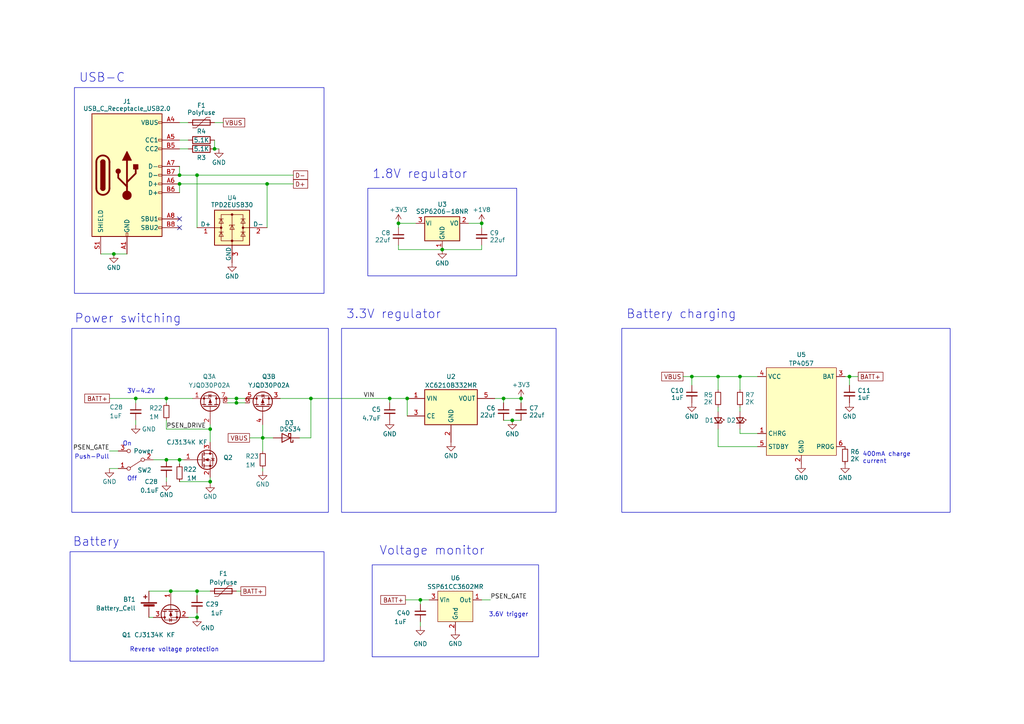
<source format=kicad_sch>
(kicad_sch (version 20230121) (generator eeschema)
  (paper "A4")
  (lib_symbols
    (symbol "Connector:USB_C_Receptacle_USB2.0" (pin_names (offset 1.016))
      (property "Reference" "J" (at -10.16 19.05 0))
      (property "Value" "USB_C_Receptacle_USB2.0" (at 19.05 19.05 0))
      (symbol "USB_C_Receptacle_USB2.0_0_0"
        (rectangle (start -0.254 -17.78) (end 0.254 -16.764))
        (rectangle (start 10.16 -14.986) (end 9.144 -15.494))
        (rectangle (start 10.16 -12.446) (end 9.144 -12.954))
        (rectangle (start 10.16 -4.826) (end 9.144 -5.334))
        (rectangle (start 10.16 -2.286) (end 9.144 -2.794))
        (rectangle (start 10.16 0.254) (end 9.144 -0.254))
        (rectangle (start 10.16 2.794) (end 9.144 2.286))
        (rectangle (start 10.16 7.874) (end 9.144 7.366))
        (rectangle (start 10.16 10.414) (end 9.144 9.906))
        (rectangle (start 10.16 15.494) (end 9.144 14.986))
      )
      (symbol "USB_C_Receptacle_USB2.0_0_1"
        (rectangle (start -10.16 17.78) (end 10.16 -17.78) (stroke (width 0.254)) (fill (type background)))
        (arc (start -8.89 -3.81) (mid -6.985 -5.7067) (end -5.08 -3.81) (stroke (width 0.508)))
        (arc (start -7.62 -3.81) (mid -6.985 -4.4423) (end -6.35 -3.81) (stroke (width 0.254)))
        (arc (start -7.62 -3.81) (mid -6.985 -4.4423) (end -6.35 -3.81) (stroke (width 0.254)) (fill (type outline)))
        (rectangle (start -7.62 -3.81) (end -6.35 3.81) (stroke (width 0.254)) (fill (type outline)))
        (arc (start -6.35 3.81) (mid -6.985 4.4423) (end -7.62 3.81) (stroke (width 0.254)))
        (arc (start -6.35 3.81) (mid -6.985 4.4423) (end -7.62 3.81) (stroke (width 0.254)) (fill (type outline)))
        (arc (start -5.08 3.81) (mid -6.985 5.7067) (end -8.89 3.81) (stroke (width 0.508)))
        (circle (center -2.54 1.143) (radius 0.635) (stroke (width 0.254)) (fill (type outline)))
        (circle (center 0 -5.842) (radius 1.27) (fill (type outline)))
        (polyline (pts (xy -8.89 -3.81) (xy -8.89 3.81)) (stroke (width 0.508)))
        (polyline (pts (xy -5.08 3.81) (xy -5.08 -3.81)) (stroke (width 0.508)))
        (polyline (pts (xy 0 -5.842) (xy 0 4.318)) (stroke (width 0.508)))
        (polyline (pts (xy 0 -3.302) (xy -2.54 -0.762) (xy -2.54 0.508)) (stroke (width 0.508)))
        (polyline (pts (xy 0 -2.032) (xy 2.54 0.508) (xy 2.54 1.778)) (stroke (width 0.508)))
        (polyline (pts (xy -1.27 4.318) (xy 0 6.858) (xy 1.27 4.318) (xy -1.27 4.318)) (stroke (width 0.254)) (fill (type outline)))
        (rectangle (start 1.905 1.778) (end 3.175 3.048) (stroke (width 0.254)) (fill (type outline)))
      )
      (symbol "USB_C_Receptacle_USB2.0_1_1"
        (pin passive line (at 0 -22.86 90) (length 5.08) (name "GND") (number "A1"))
        (pin passive line (at 0 -22.86 90) (length 5.08) hide (name "GND") (number "A12"))
        (pin passive line (at 15.24 15.24 180) (length 5.08) (name "VBUS") (number "A4"))
        (pin bidirectional line (at 15.24 10.16 180) (length 5.08) (name "CC1") (number "A5"))
        (pin bidirectional line (at 15.24 -2.54 180) (length 5.08) (name "D+") (number "A6"))
        (pin bidirectional line (at 15.24 2.54 180) (length 5.08) (name "D-") (number "A7"))
        (pin bidirectional line (at 15.24 -12.7 180) (length 5.08) (name "SBU1") (number "A8"))
        (pin passive line (at 15.24 15.24 180) (length 5.08) hide (name "VBUS") (number "A9"))
        (pin passive line (at 0 -22.86 90) (length 5.08) hide (name "GND") (number "B1"))
        (pin passive line (at 0 -22.86 90) (length 5.08) hide (name "GND") (number "B12"))
        (pin passive line (at 15.24 15.24 180) (length 5.08) hide (name "VBUS") (number "B4"))
        (pin bidirectional line (at 15.24 7.62 180) (length 5.08) (name "CC2") (number "B5"))
        (pin bidirectional line (at 15.24 -5.08 180) (length 5.08) (name "D+") (number "B6"))
        (pin bidirectional line (at 15.24 0 180) (length 5.08) (name "D-") (number "B7"))
        (pin bidirectional line (at 15.24 -15.24 180) (length 5.08) (name "SBU2") (number "B8"))
        (pin passive line (at 15.24 15.24 180) (length 5.08) hide (name "VBUS") (number "B9"))
        (pin passive line (at -7.62 -22.86 90) (length 5.08) (name "SHIELD") (number "S1"))
      )
    )
    (symbol "Device:Battery_Cell" (pin_numbers hide) (pin_names (offset 0) hide)
      (property "Reference" "BT1" (at 3.81 2.667 0))
      (property "Value" "Battery_Cell" (at 3.81 0.127 0))
      (symbol "Battery_Cell_0_1"
        (rectangle (start -2.286 1.778) (end 2.286 1.524) (fill (type outline)))
        (rectangle (start -1.5748 1.1938) (end 1.4732 0.6858) (fill (type outline)))
        (polyline (pts (xy 0 0.762) (xy 0 0)))
        (polyline (pts (xy 0 1.778) (xy 0 2.54)))
        (polyline (pts (xy 0.508 3.429) (xy 1.524 3.429)) (stroke (width 0.254)))
        (polyline (pts (xy 1.016 3.937) (xy 1.016 2.921)) (stroke (width 0.254)))
      )
      (symbol "Battery_Cell_1_1"
        (pin passive line (at 0 -2.54 90) (length 2.54) (name "") (number "1"))
        (pin passive line (at 0 5.08 270) (length 2.54) (name "+") (number "2"))
      )
    )
    (symbol "Device:C_Small" (pin_numbers hide) (pin_names (offset 0.254) hide)
      (property "Reference" "C" (at 0.254 1.778 0))
      (property "Value" "C_Small" (at 0.254 -2.032 0))
      (symbol "C_Small_0_1"
        (polyline (pts (xy -1.524 -0.508) (xy 1.524 -0.508)) (stroke (width 0.3302)))
        (polyline (pts (xy -1.524 0.508) (xy 1.524 0.508)) (stroke (width 0.3048)))
      )
      (symbol "C_Small_1_1"
        (pin passive line (at 0 2.54 270) (length 2.032) (name "~") (number "1"))
        (pin passive line (at 0 -2.54 90) (length 2.032) (name "~") (number "2"))
      )
    )
    (symbol "Device:D_Schottky" (pin_numbers hide) (pin_names (offset 1.016) hide)
      (property "Reference" "D" (at 0 2.54 0))
      (property "Value" "D_Schottky" (at 0 -2.54 0))
      (symbol "D_Schottky_0_1"
        (polyline (pts (xy 1.27 0) (xy -1.27 0)))
        (polyline (pts (xy 1.27 1.27) (xy 1.27 -1.27) (xy -1.27 0) (xy 1.27 1.27)) (stroke (width 0.254)))
        (polyline (pts (xy -1.905 0.635) (xy -1.905 1.27) (xy -1.27 1.27) (xy -1.27 -1.27) (xy -0.635 -1.27) (xy -0.635 -0.635)) (stroke (width 0.254)))
      )
      (symbol "D_Schottky_1_1"
        (pin passive line (at -3.81 0 0) (length 2.54) (name "K") (number "1"))
        (pin passive line (at 3.81 0 180) (length 2.54) (name "A") (number "2"))
      )
    )
    (symbol "Device:LED_Small" (pin_numbers hide) (pin_names (offset 0.254) hide)
      (property "Reference" "D" (at -1.27 3.175 0))
      (property "Value" "LED_Small" (at -4.445 -2.54 0))
      (symbol "LED_Small_0_1"
        (polyline (pts (xy -0.762 -1.016) (xy -0.762 1.016)) (stroke (width 0.254)))
        (polyline (pts (xy 1.016 0) (xy -0.762 0)))
        (polyline (pts (xy 0.762 -1.016) (xy -0.762 0) (xy 0.762 1.016) (xy 0.762 -1.016)) (stroke (width 0.254)))
        (polyline (pts (xy 0 0.762) (xy -0.508 1.27) (xy -0.254 1.27) (xy -0.508 1.27) (xy -0.508 1.016)))
        (polyline (pts (xy 0.508 1.27) (xy 0 1.778) (xy 0.254 1.778) (xy 0 1.778) (xy 0 1.524)))
      )
      (symbol "LED_Small_1_1"
        (pin passive line (at -2.54 0 0) (length 1.778) (name "K") (number "1"))
        (pin passive line (at 2.54 0 180) (length 1.778) (name "A") (number "2"))
      )
    )
    (symbol "Device:Polyfuse" (pin_numbers hide) (pin_names (offset 0))
      (property "Reference" "F" (at -2.54 0 90))
      (property "Value" "Polyfuse" (at 2.54 0 90))
      (symbol "Polyfuse_0_1"
        (rectangle (start -0.762 2.54) (end 0.762 -2.54) (stroke (width 0.254)))
        (polyline (pts (xy 0 2.54) (xy 0 -2.54)))
        (polyline (pts (xy -1.524 2.54) (xy -1.524 1.524) (xy 1.524 -1.524) (xy 1.524 -2.54)))
      )
      (symbol "Polyfuse_1_1"
        (pin passive line (at 0 3.81 270) (length 1.27) (name "~") (number "1"))
        (pin passive line (at 0 -3.81 90) (length 1.27) (name "~") (number "2"))
      )
    )
    (symbol "Device:Q_NMOS_GSD" (pin_names (offset 0) hide)
      (property "Reference" "Q" (at 5.08 1.27 0))
      (property "Value" "Q_NMOS_GSD" (at 5.08 -1.27 0))
      (symbol "Q_NMOS_GSD_0_1"
        (polyline (pts (xy 0.254 0) (xy -2.54 0)))
        (polyline (pts (xy 0.254 1.905) (xy 0.254 -1.905)) (stroke (width 0.254)))
        (polyline (pts (xy 0.762 -1.27) (xy 0.762 -2.286)) (stroke (width 0.254)))
        (polyline (pts (xy 0.762 0.508) (xy 0.762 -0.508)) (stroke (width 0.254)))
        (polyline (pts (xy 0.762 2.286) (xy 0.762 1.27)) (stroke (width 0.254)))
        (polyline (pts (xy 2.54 2.54) (xy 2.54 1.778)))
        (polyline (pts (xy 2.54 -2.54) (xy 2.54 0) (xy 0.762 0)))
        (polyline (pts (xy 0.762 -1.778) (xy 3.302 -1.778) (xy 3.302 1.778) (xy 0.762 1.778)))
        (polyline (pts (xy 1.016 0) (xy 2.032 0.381) (xy 2.032 -0.381) (xy 1.016 0)) (fill (type outline)))
        (polyline (pts (xy 2.794 0.508) (xy 2.921 0.381) (xy 3.683 0.381) (xy 3.81 0.254)))
        (polyline (pts (xy 3.302 0.381) (xy 2.921 -0.254) (xy 3.683 -0.254) (xy 3.302 0.381)))
        (circle (center 1.651 0) (radius 2.794) (stroke (width 0.254)))
        (circle (center 2.54 -1.778) (radius 0.254) (fill (type outline)))
        (circle (center 2.54 1.778) (radius 0.254) (fill (type outline)))
      )
      (symbol "Q_NMOS_GSD_1_1"
        (pin input line (at -5.08 0 0) (length 2.54) (name "G") (number "1"))
        (pin passive line (at 2.54 -5.08 90) (length 2.54) (name "S") (number "2"))
        (pin passive line (at 2.54 5.08 270) (length 2.54) (name "D") (number "3"))
      )
    )
    (symbol "Device:R" (pin_numbers hide) (pin_names (offset 0))
      (property "Reference" "R" (at 2.032 0 90))
      (property "Value" "R" (at 0 0 90))
      (symbol "R_0_1"
        (rectangle (start -1.016 -2.54) (end 1.016 2.54) (stroke (width 0.254)))
      )
      (symbol "R_1_1"
        (pin passive line (at 0 3.81 270) (length 1.27) (name "~") (number "1"))
        (pin passive line (at 0 -3.81 90) (length 1.27) (name "~") (number "2"))
      )
    )
    (symbol "Device:R_Small" (pin_numbers hide) (pin_names (offset 0.254) hide)
      (property "Reference" "R" (at 0.762 0.508 0))
      (property "Value" "R_Small" (at 0.762 -1.016 0))
      (symbol "R_Small_0_1"
        (rectangle (start -0.762 1.778) (end 0.762 -1.778) (stroke (width 0.2032)))
      )
      (symbol "R_Small_1_1"
        (pin passive line (at 0 2.54 270) (length 0.762) (name "~") (number "1"))
        (pin passive line (at 0 -2.54 90) (length 0.762) (name "~") (number "2"))
      )
    )
    (symbol "OSSG_components_lib:YJQD30P02A" (pin_names (offset 0) hide)
      (property "Reference" "Q" (at 6.35 1.27 0))
      (property "Value" "YJQD30P02A" (at 19.05 -1.27 0))
      (symbol "YJQD30P02A_0_1"
        (polyline (pts (xy 0.254 0) (xy -2.54 0)))
        (polyline (pts (xy 0.254 1.905) (xy 0.254 -1.905)) (stroke (width 0.254)))
        (polyline (pts (xy 0.762 -1.27) (xy 0.762 -2.286)) (stroke (width 0.254)))
        (polyline (pts (xy 0.762 0.508) (xy 0.762 -0.508)) (stroke (width 0.254)))
        (polyline (pts (xy 0.762 2.286) (xy 0.762 1.27)) (stroke (width 0.254)))
        (polyline (pts (xy 1.27 3.81) (xy 2.54 3.81)))
        (polyline (pts (xy 2.54 2.54) (xy 2.54 1.778)))
        (polyline (pts (xy 2.54 -2.54) (xy 2.54 0) (xy 0.762 0)))
        (polyline (pts (xy 0.762 1.778) (xy 3.302 1.778) (xy 3.302 -1.778) (xy 0.762 -1.778)))
        (polyline (pts (xy 2.286 0) (xy 1.27 0.381) (xy 1.27 -0.381) (xy 2.286 0)) (fill (type outline)))
        (polyline (pts (xy 2.794 -0.508) (xy 2.921 -0.381) (xy 3.683 -0.381) (xy 3.81 -0.254)))
        (polyline (pts (xy 3.302 -0.381) (xy 2.921 0.254) (xy 3.683 0.254) (xy 3.302 -0.381)))
        (circle (center 1.651 0) (radius 2.794) (stroke (width 0.254)))
        (circle (center 2.54 -1.778) (radius 0.254) (fill (type outline)))
        (circle (center 2.54 1.778) (radius 0.254) (fill (type outline)))
      )
      (symbol "YJQD30P02A_1_1"
        (pin passive line (at 2.54 -5.08 90) (length 2.54) (name "S2") (number "1"))
        (pin input line (at -5.08 0 0) (length 2.54) (name "G2") (number "2"))
        (pin passive line (at 2.54 5.08 270) (length 2.54) (name "D2") (number "7"))
        (pin passive line (at 1.27 5.08 270) (length 1.1938) (name "D2") (number "8"))
      )
      (symbol "YJQD30P02A_2_1"
        (pin passive line (at 2.54 -5.08 90) (length 2.54) (name "S2") (number "3"))
        (pin input line (at -5.08 0 0) (length 2.54) (name "G2") (number "4"))
        (pin passive line (at 2.54 5.08 270) (length 2.54) (name "D2") (number "5"))
        (pin passive line (at 1.27 5.08 270) (length 1.1938) (name "D2") (number "6"))
      )
    )
    (symbol "Power_Protection:TPD2EUSB30" (pin_names (offset 0))
      (property "Reference" "U" (at 0 6.35 0))
      (property "Value" "TPD2EUSB30" (at 7.62 -7.62 0))
      (symbol "TPD2EUSB30_0_1"
        (rectangle (start -5.08 5.08) (end 5.08 -5.08) (stroke (width 0.254)) (fill (type background)))
        (circle (center -3.175 0) (radius 0.2794) (fill (type outline)))
        (rectangle (start -3.175 3.81) (end 3.175 -3.81))
        (circle (center 0 -3.81) (radius 0.2794) (fill (type outline)))
        (polyline (pts (xy -5.08 0) (xy -3.175 0)))
        (polyline (pts (xy -3.81 -1.27) (xy -2.54 -1.27)))
        (polyline (pts (xy -3.81 2.54) (xy -2.54 2.54)))
        (polyline (pts (xy 0 3.81) (xy 0 -5.08)))
        (polyline (pts (xy 2.54 -1.27) (xy 3.81 -1.27)))
        (polyline (pts (xy 2.54 2.54) (xy 3.81 2.54)))
        (polyline (pts (xy 5.08 0) (xy 3.175 0)))
        (polyline (pts (xy 0.762 0.762) (xy -0.762 0.762) (xy -0.762 0.508)))
        (polyline (pts (xy -2.54 -2.54) (xy -3.81 -2.54) (xy -3.175 -1.27) (xy -2.54 -2.54)))
        (polyline (pts (xy -2.54 1.27) (xy -3.81 1.27) (xy -3.175 2.54) (xy -2.54 1.27)))
        (polyline (pts (xy 0.635 -0.508) (xy -0.635 -0.508) (xy 0 0.762) (xy 0.635 -0.508)))
        (polyline (pts (xy 3.81 -2.54) (xy 2.54 -2.54) (xy 3.175 -1.27) (xy 3.81 -2.54)))
        (polyline (pts (xy 3.81 1.27) (xy 2.54 1.27) (xy 3.175 2.54) (xy 3.81 1.27)))
        (circle (center 0 3.81) (radius 0.2794) (fill (type outline)))
        (circle (center 3.175 0) (radius 0.2794) (fill (type outline)))
      )
      (symbol "TPD2EUSB30_1_1"
        (pin passive line (at -10.16 0 0) (length 5.08) (name "D+") (number "1"))
        (pin passive line (at 10.16 0 180) (length 5.08) (name "D-") (number "2"))
        (pin passive line (at 0 -10.16 90) (length 5.08) (name "GND") (number "3"))
      )
    )
    (symbol "Regulator_Linear:SSP61C"
      (property "Reference" "U" (at 0 6.35 0))
      (symbol "SSP61C_1_1"
        (rectangle (start -5.08 2.54) (end 5.08 -6.35) (fill (type background)))
        (pin input line (at 7.62 0 180) (length 2.54) (name "Out") (number "1"))
        (pin input line (at 0 -8.89 90) (length 2.54) (name "Gnd") (number "2"))
        (pin input line (at -7.62 0 0) (length 2.54) (name "Vin") (number "3"))
      )
    )
    (symbol "Regulator_Linear:XC6206PxxxMR" (pin_names (offset 0.254))
      (property "Reference" "U" (at -3.81 3.175 0))
      (property "Value" "XC6206PxxxMR" (at 0 3.175 0))
      (symbol "XC6206PxxxMR_0_1"
        (rectangle (start -5.08 1.905) (end 5.08 -5.08) (stroke (width 0.254)) (fill (type background)))
      )
      (symbol "XC6206PxxxMR_1_1"
        (pin power_in line (at 0 -7.62 90) (length 2.54) (name "GND") (number "1"))
        (pin power_out line (at 7.62 0 180) (length 2.54) (name "VO") (number "2"))
        (pin power_in line (at -7.62 0 0) (length 2.54) (name "VI") (number "3"))
      )
    )
    (symbol "Regulator_Linear:XC6210B332MR"
      (property "Reference" "U" (at 0 8.89 0))
      (property "Value" "XC6210B332MR" (at 0 6.35 0))
      (symbol "XC6210B332MR_0_1"
        (rectangle (start -7.62 5.08) (end 7.62 -5.08) (stroke (width 0.254)) (fill (type background)))
      )
      (symbol "XC6210B332MR_1_1"
        (pin power_in line (at -12.7 2.54 0) (length 5.08) (name "VIN") (number "1"))
        (pin power_in line (at 0 -10.16 90) (length 5.08) (name "GND") (number "2"))
        (pin input line (at -12.7 -2.54 0) (length 5.08) (name "CE") (number "3"))
        (pin no_connect line (at 7.62 -2.54 180) (length 5.08) hide (name "NC") (number "4"))
        (pin power_out line (at 12.7 2.54 180) (length 5.08) (name "VOUT") (number "5"))
      )
    )
    (symbol "Switch:SW_SPDT" (pin_names (offset 0) hide)
      (property "Reference" "SW" (at 0 4.318 0))
      (property "Value" "SW_SPDT" (at 0 -5.08 0))
      (symbol "SW_SPDT_0_0"
        (circle (center -2.032 0) (radius 0.508))
        (circle (center 2.032 -2.54) (radius 0.508))
      )
      (symbol "SW_SPDT_0_1"
        (polyline (pts (xy -1.524 0.254) (xy 1.651 2.286)))
        (circle (center 2.032 2.54) (radius 0.508))
      )
      (symbol "SW_SPDT_1_1"
        (pin passive line (at 5.08 2.54 180) (length 2.54) (name "A") (number "1"))
        (pin passive line (at -5.08 0 0) (length 2.54) (name "B") (number "2"))
        (pin passive line (at 5.08 -2.54 180) (length 2.54) (name "C") (number "3"))
      )
    )
    (symbol "TP4057:TP4057"
      (property "Reference" "U" (at 0 2.54 0))
      (property "Value" "TP4057" (at 0 0 0))
      (symbol "TP4057_1_1"
        (rectangle (start -10.16 -1.27) (end 10.16 -26.67) (fill (type background)))
        (pin input line (at -12.7 -20.32 0) (length 2.54) (name "CHRG") (number "1"))
        (pin input line (at 0 -29.21 90) (length 2.54) (name "GND") (number "2"))
        (pin input line (at 12.7 -3.81 180) (length 2.54) (name "BAT") (number "3"))
        (pin input line (at -12.7 -3.81 0) (length 2.54) (name "VCC") (number "4"))
        (pin input line (at -12.7 -24.13 0) (length 2.54) (name "STDBY") (number "5"))
        (pin input line (at 12.7 -24.13 180) (length 2.54) (name "PROG") (number "6"))
      )
    )
    (symbol "power:+1V8" (power) (pin_names (offset 0))
      (property "Value" "+1V8" (at 0 3.556 0))
      (symbol "+1V8_0_1"
        (polyline (pts (xy -0.762 1.27) (xy 0 2.54)))
        (polyline (pts (xy 0 0) (xy 0 2.54)))
        (polyline (pts (xy 0 2.54) (xy 0.762 1.27)))
      )
      (symbol "+1V8_1_1"
        (pin power_in line (at 0 0 90) (length 0) hide (name "+1V8") (number "1"))
      )
    )
    (symbol "power:+3V3" (power) (pin_names (offset 0))
      (property "Value" "+3V3" (at 0 3.556 0))
      (symbol "+3V3_0_1"
        (polyline (pts (xy -0.762 1.27) (xy 0 2.54)))
        (polyline (pts (xy 0 0) (xy 0 2.54)))
        (polyline (pts (xy 0 2.54) (xy 0.762 1.27)))
      )
      (symbol "+3V3_1_1"
        (pin power_in line (at 0 0 90) (length 0) hide (name "+3V3") (number "1"))
      )
    )
    (symbol "power:GND" (power) (pin_names (offset 0))
      (property "Value" "GND" (at 0 -3.81 0))
      (symbol "GND_0_1"
        (polyline (pts (xy 0 0) (xy 0 -1.27) (xy 1.27 -1.27) (xy 0 -2.54) (xy -1.27 -1.27) (xy 0 -1.27)))
      )
      (symbol "GND_1_1"
        (pin power_in line (at 0 0 270) (length 0) hide (name "GND") (number "1"))
      )
    )
  )
  (junction (at 68.58 115.57))
  (junction (at 76.2 127))
  (junction (at 208.28 109.22))
  (junction (at 113.03 115.57))
  (junction (at 77.47 53.34))
  (junction (at 214.63 109.22))
  (junction (at 151.13 115.57))
  (junction (at 48.26 133.35))
  (junction (at 57.15 179.07))
  (junction (at 128.27 72.39))
  (junction (at 60.96 139.7))
  (junction (at 57.15 171.45))
  (junction (at 39.37 115.57))
  (junction (at 60.96 124.46))
  (junction (at 146.05 115.57))
  (junction (at 90.17 115.57))
  (junction (at 115.57 64.77))
  (junction (at 121.92 173.99))
  (junction (at 62.23 43.18))
  (junction (at 52.07 50.8))
  (junction (at 68.58 116.84))
  (junction (at 148.59 121.92))
  (junction (at 52.07 53.34))
  (junction (at 49.53 171.45))
  (junction (at 52.07 133.35))
  (junction (at 139.7 64.77))
  (junction (at 200.66 109.22))
  (junction (at 246.38 109.22))
  (junction (at 48.26 115.57))
  (junction (at 118.11 115.57))
  (junction (at 33.02 73.66))
  (junction (at 57.15 50.8))
  (no_connect (at 52.07 66.04))
  (no_connect (at 52.07 63.5))
  (wire (pts (xy 115.57 64.77) (xy 120.65 64.77)))
  (wire (pts (xy 113.03 116.84) (xy 113.03 115.57)))
  (wire (pts (xy 31.75 135.89) (xy 34.29 135.89)))
  (wire (pts (xy 208.28 124.46) (xy 208.28 129.54)))
  (wire (pts (xy 68.58 116.84) (xy 71.12 116.84)))
  (wire (pts (xy 60.96 139.7) (xy 60.96 140.208)))
  (wire (pts (xy 214.63 109.22) (xy 219.71 109.22)))
  (wire (pts (xy 66.04 115.57) (xy 68.58 115.57)))
  (wire (pts (xy 48.26 138.43) (xy 48.26 139.7)))
  (wire (pts (xy 44.45 133.35) (xy 48.26 133.35)))
  (wire (pts (xy 76.2 127) (xy 76.2 130.81)))
  (wire (pts (xy 66.04 116.84) (xy 68.58 116.84)))
  (wire (pts (xy 246.38 111.76) (xy 246.38 109.22)))
  (wire (pts (xy 143.51 115.57) (xy 146.05 115.57)))
  (wire (pts (xy 115.57 71.12) (xy 115.57 72.39)))
  (wire (pts (xy 121.92 173.99) (xy 124.46 173.99)))
  (wire (pts (xy 60.96 138.43) (xy 60.96 139.7)))
  (wire (pts (xy 52.07 48.26) (xy 52.07 50.8)))
  (wire (pts (xy 208.28 109.22) (xy 214.63 109.22)))
  (wire (pts (xy 33.02 73.66) (xy 36.83 73.66)))
  (wire (pts (xy 60.96 123.19) (xy 60.96 124.46)))
  (wire (pts (xy 146.05 115.57) (xy 151.13 115.57)))
  (wire (pts (xy 214.63 125.73) (xy 219.71 125.73)))
  (wire (pts (xy 248.92 109.22) (xy 246.38 109.22)))
  (wire (pts (xy 57.15 50.8) (xy 57.15 66.04)))
  (wire (pts (xy 52.07 139.7) (xy 60.96 139.7)))
  (wire (pts (xy 43.18 171.45) (xy 49.53 171.45)))
  (wire (pts (xy 48.26 115.57) (xy 48.26 116.84)))
  (wire (pts (xy 48.26 124.46) (xy 60.96 124.46)))
  (wire (pts (xy 200.66 111.76) (xy 200.66 109.22)))
  (wire (pts (xy 68.58 115.57) (xy 68.58 116.84)))
  (wire (pts (xy 115.57 64.77) (xy 115.57 66.04)))
  (wire (pts (xy 135.89 64.77) (xy 139.7 64.77)))
  (wire (pts (xy 60.96 124.46) (xy 60.96 128.27)))
  (wire (pts (xy 214.63 109.22) (xy 214.63 113.03)))
  (wire (pts (xy 139.7 173.99) (xy 142.24 173.99)))
  (wire (pts (xy 76.2 127) (xy 79.248 127)))
  (wire (pts (xy 52.07 134.62) (xy 52.07 133.35)))
  (wire (pts (xy 62.23 35.56) (xy 64.77 35.56)))
  (wire (pts (xy 49.53 171.45) (xy 57.15 171.45)))
  (wire (pts (xy 115.57 72.39) (xy 128.27 72.39)))
  (wire (pts (xy 72.39 127) (xy 76.2 127)))
  (wire (pts (xy 29.21 73.66) (xy 33.02 73.66)))
  (wire (pts (xy 62.23 40.64) (xy 62.23 43.18)))
  (wire (pts (xy 57.15 177.8) (xy 57.15 179.07)))
  (wire (pts (xy 121.92 173.99) (xy 121.92 175.26)))
  (wire (pts (xy 77.47 53.34) (xy 77.47 66.04)))
  (wire (pts (xy 60.96 171.45) (xy 57.15 171.45)))
  (wire (pts (xy 148.59 121.92) (xy 151.13 121.92)))
  (wire (pts (xy 198.12 109.22) (xy 200.66 109.22)))
  (wire (pts (xy 68.58 171.45) (xy 69.85 171.45)))
  (wire (pts (xy 146.05 121.92) (xy 148.59 121.92)))
  (wire (pts (xy 86.868 127) (xy 90.17 127)))
  (wire (pts (xy 139.7 71.12) (xy 139.7 72.39)))
  (wire (pts (xy 48.26 133.35) (xy 52.07 133.35)))
  (wire (pts (xy 39.37 121.92) (xy 39.37 123.19)))
  (wire (pts (xy 76.2 123.19) (xy 76.2 127)))
  (wire (pts (xy 113.03 115.57) (xy 118.11 115.57)))
  (wire (pts (xy 214.63 125.73) (xy 214.63 124.46)))
  (wire (pts (xy 246.38 109.22) (xy 245.11 109.22)))
  (wire (pts (xy 81.28 115.57) (xy 90.17 115.57)))
  (wire (pts (xy 90.17 115.57) (xy 113.03 115.57)))
  (wire (pts (xy 90.17 115.57) (xy 90.17 127)))
  (wire (pts (xy 208.28 119.38) (xy 208.28 118.11)))
  (wire (pts (xy 52.07 53.34) (xy 77.47 53.34)))
  (wire (pts (xy 208.28 129.54) (xy 219.71 129.54)))
  (wire (pts (xy 118.11 115.57) (xy 118.11 120.65)))
  (wire (pts (xy 63.5 43.18) (xy 62.23 43.18)))
  (wire (pts (xy 117.602 173.99) (xy 121.92 173.99)))
  (wire (pts (xy 43.18 179.07) (xy 44.45 179.07)))
  (wire (pts (xy 57.15 179.07) (xy 54.61 179.07)))
  (wire (pts (xy 48.26 115.57) (xy 55.88 115.57)))
  (wire (pts (xy 139.7 72.39) (xy 128.27 72.39)))
  (wire (pts (xy 52.07 53.34) (xy 52.07 55.88)))
  (wire (pts (xy 139.7 64.77) (xy 139.7 66.04)))
  (wire (pts (xy 52.07 133.35) (xy 53.34 133.35)))
  (wire (pts (xy 77.47 53.34) (xy 85.09 53.34)))
  (wire (pts (xy 48.26 124.46) (xy 48.26 121.92)))
  (wire (pts (xy 208.28 109.22) (xy 208.28 113.03)))
  (wire (pts (xy 76.2 135.89) (xy 76.2 136.652)))
  (wire (pts (xy 52.07 43.18) (xy 54.61 43.18)))
  (wire (pts (xy 151.13 116.84) (xy 151.13 115.57)))
  (wire (pts (xy 39.37 115.57) (xy 39.37 116.84)))
  (wire (pts (xy 31.75 115.57) (xy 39.37 115.57)))
  (wire (pts (xy 68.58 115.57) (xy 71.12 115.57)))
  (wire (pts (xy 57.15 171.45) (xy 57.15 172.72)))
  (wire (pts (xy 214.63 119.38) (xy 214.63 118.11)))
  (wire (pts (xy 52.07 50.8) (xy 57.15 50.8)))
  (wire (pts (xy 31.75 130.81) (xy 34.29 130.81)))
  (wire (pts (xy 52.07 40.64) (xy 54.61 40.64)))
  (wire (pts (xy 121.92 180.34) (xy 121.92 181.61)))
  (wire (pts (xy 52.07 35.56) (xy 54.61 35.56)))
  (wire (pts (xy 200.66 109.22) (xy 208.28 109.22)))
  (wire (pts (xy 57.15 50.8) (xy 85.09 50.8)))
  (wire (pts (xy 146.05 116.84) (xy 146.05 115.57)))
  (wire (pts (xy 39.37 115.57) (xy 48.26 115.57)))
  (rectangle (start 20.828 95.25) (end 95.25 148.59))
  (rectangle (start 99.06 95.25) (end 161.29 148.59))
  (rectangle (start 106.68 54.61) (end 149.86 80.01))
  (rectangle (start 20.32 160.02) (end 93.98 191.77))
  (rectangle (start 107.95 163.83) (end 156.21 190.5))
  (rectangle (start 180.34 95.25) (end 275.59 148.59))
  (rectangle (start 21.59 25.4) (end 93.98 85.09))
  (text "Push-Pull" (at 21.59 133.35 0) (effects (font (size 1.27 1.27)) (justify left bottom)))
  (text "Power switching" (at 21.59 93.98 0) (effects (font (size 2.54 2.54)) (justify left bottom)))
  (text "Off" (at 36.83 139.7 0) (effects (font (size 1.27 1.27)) (justify left bottom)))
  (text "Reverse voltage protection" (at 37.592 189.23 0) (effects (font (size 1.27 1.27)) (justify left bottom)))
  (text "Battery charging\n" (at 181.61 92.71 0) (effects (font (size 2.54 2.54)) (justify left bottom)))
  (text "On" (at 35.56 129.54 0) (effects (font (size 1.27 1.27)) (justify left bottom)))
  (text "1.8V regulator\n" (at 107.95 52.07 0) (effects (font (size 2.54 2.54)) (justify left bottom)))
  (text "Battery" (at 21.082 158.75 0) (effects (font (size 2.54 2.54)) (justify left bottom)))
  (text "USB-C\n" (at 22.86 24.13 0) (effects (font (size 2.54 2.54)) (justify left bottom)))
  (text "Voltage monitor" (at 109.982 161.29 0) (effects (font (size 2.54 2.54)) (justify left bottom)))
  (text "3.3V regulator\n" (at 100.33 92.71 0) (effects (font (size 2.54 2.54)) (justify left bottom)))
  (text "3.6V trigger" (at 141.732 179.07 0) (effects (font (size 1.27 1.27)) (justify left bottom)))
  (text "400mA charge \ncurrent\n" (at 250.19 134.62 0) (effects (font (size 1.27 1.27)) (justify left bottom)))
  (text "3V-4.2V" (at 36.83 114.3 0) (effects (font (size 1.27 1.27)) (justify left bottom)))
  (label "PSEN_GATE" (at 31.75 130.81 180))
  (label "PSEN_GATE" (at 142.24 173.99 0))
  (label "PSEN_DRIVE" (at 48.26 124.46 0))
  (label "VIN" (at 105.41 115.57 0))
  (global_label "D-" (shape passive) (at 85.09 50.8 0) (property "Intersheetrefs" "${INTERSHEET_REFS}" (effects hide)))
  (global_label "BATT+" (shape passive) (at 69.85 171.45 0) (property "Intersheetrefs" "${INTERSHEET_REFS}" (effects hide)))
  (global_label "VBUS" (shape passive) (at 64.77 35.56 0) (property "Intersheetrefs" "${INTERSHEET_REFS}" (effects hide)))
  (global_label "VBUS" (shape passive) (at 198.12 109.22 180) (property "Intersheetrefs" "${INTERSHEET_REFS}" (effects hide)))
  (global_label "D+" (shape passive) (at 85.09 53.34 0) (property "Intersheetrefs" "${INTERSHEET_REFS}" (effects hide)))
  (global_label "BATT+" (shape passive) (at 248.92 109.22 0) (property "Intersheetrefs" "${INTERSHEET_REFS}" (effects hide)))
  (global_label "BATT+" (shape passive) (at 117.602 173.99 180) (property "Intersheetrefs" "${INTERSHEET_REFS}" (effects hide)))
  (global_label "BATT+" (shape passive) (at 31.75 115.57 180) (property "Intersheetrefs" "${INTERSHEET_REFS}" (effects hide)))
  (global_label "VBUS" (shape passive) (at 72.39 127 180) (property "Intersheetrefs" "${INTERSHEET_REFS}" (effects hide)))
  (symbol (lib_id "power:+3V3") (at 151.13 115.57 0) (unit 1)
    (property "Reference" "#PWR011" (effects hide))
    (property "Value" "+3V3" (at 151.13 111.625 0))
  )
  (symbol (lib_id "power:GND") (at 232.41 134.62 0) (unit 1)
    (property "Reference" "#PWR018" (effects hide))
    (property "Value" "GND" (at 232.41 138.565 0))
  )
  (symbol (lib_id "power:GND") (at 31.75 135.89 0) (unit 1)
    (property "Reference" "#PWR047" (effects hide))
    (property "Value" "GND" (at 31.75 139.7 0))
    (instances (project "Power" (path "" (reference "#PWR047") (unit 1))) (project "Music_32_V2" (path "" (reference "#PWR047") (unit 1)) (path "" (reference "#PWR089") (unit 1))) (project "Music32v3" (path "" (reference "#PWR070") (unit 1)) (path "" (reference "#PWR010") (unit 1))) (project "Phone" (path "" (reference "#PWR?") (unit 1))) (project "Ipod" (path "" (reference "#PWR?") (unit 1)) (path "" (reference "#PWR041") (unit 1))) (project "power" (path "" (reference "#PWR?") (unit 1))) (project "Power" (path "" (reference "#PWR?") (unit 1))))
  )
  (symbol (lib_id "Device:R_Small") (at 214.63 115.57 0) (unit 1)
    (property "Reference" "R7" (at 216.1286 114.546 0) (effects (justify left)))
    (property "Value" "2K" (at 216.1286 116.594 0) (effects (justify left)))
    (property "Footprint" "Resistor_SMD:R_0402_1005Metric" (effects hide))
  )
  (symbol (lib_id "power:GND") (at 200.66 116.84 0) (unit 1)
    (property "Reference" "#PWR019" (effects hide))
    (property "Value" "GND" (at 200.66 120.785 0))
  )
  (symbol (lib_id "power:GND") (at 130.81 128.27 0) (unit 1)
    (property "Reference" "#PWR07" (effects hide))
    (property "Value" "GND" (at 130.81 132.215 0))
  )
  (symbol (lib_id "Device:Polyfuse") (at 58.42 35.56 90) (unit 1)
    (property "Reference" "F1" (at 58.42 30.583 90))
    (property "Value" "Polyfuse" (at 58.42 32.631 90))
    (property "Footprint" "Fuse:Fuse_0603_1608Metric" (effects hide))
  )
  (symbol (lib_id "Device:R") (at 58.42 43.18 90) (unit 1)
    (property "Reference" "R3" (at 58.42 45.72 90))
    (property "Value" "5.1K" (at 58.42 43.18 90))
    (property "Footprint" "Resistor_SMD:R_0402_1005Metric" (effects hide))
  )
  (symbol (lib_id "Device:C_Small") (at 200.66 114.3 0) (mirror y) (unit 1)
    (property "Reference" "C10" (at 198.3359 113.2823 0) (effects (justify left)))
    (property "Value" "1uF" (at 198.3359 115.3303 0) (effects (justify left)))
    (property "Footprint" "Capacitor_SMD:C_0402_1005Metric" (effects hide))
  )
  (symbol (lib_id "Device:C_Small") (at 121.92 177.8 0) (unit 1)
    (property "Reference" "C40" (at 115.062 177.8 0) (effects (justify left)))
    (property "Value" "1uF" (at 114.3 180.34 0) (effects (justify left)))
    (property "Footprint" "Capacitor_SMD:C_0402_1005Metric" (effects hide))
    (property "MPN_LCSC" "C41851" (effects hide))
    (property "Price_LCSC" "0.0008" (effects hide))
    (property "LinkLCSC" "https://lcsc.com/product-detail/Multilayer-Ceramic-Capacitors-MLCC-SMD-SMT_FH-Guangdong-Fenghua-Advanced-Tech-0402B104K160NT_C41851.html" (effects hide))
    (instances (project "Power" (path "" (reference "C40") (unit 1))) (project "Music_32_V2" (path "" (reference "C40") (unit 1)) (path "" (reference "C57") (unit 1))) (project "Music32v3" (path "" (reference "C40") (unit 1)) (path "" (reference "C26") (unit 1))) (project "Phone" (path "" (reference "C?") (unit 1))) (project "Ipod" (path "" (reference "C?") (unit 1)) (path "" (reference "C35") (unit 1))) (project "power" (path "" (reference "C?") (unit 1))) (project "Power" (path "" (reference "C?") (unit 1))))
  )
  (symbol (lib_id "power:GND") (at 57.15 179.07 0) (unit 1)
    (property "Reference" "#PWR046" (effects hide))
    (property "Value" "GND" (at 60.198 182.118 0))
    (instances (project "Power" (path "" (reference "#PWR046") (unit 1))) (project "Music_32_V2" (path "" (reference "#PWR046") (unit 1)) (path "" (reference "#PWR057") (unit 1))) (project "Music32v3" (path "" (reference "#PWR063") (unit 1)) (path "" (reference "#PWR063") (unit 1))) (project "Phone" (path "" (reference "#PWR?") (unit 1))) (project "Ipod" (path "" (reference "#PWR?") (unit 1)) (path "" (reference "#PWR040") (unit 1))) (project "power" (path "" (reference "#PWR?") (unit 1))) (project "Power" (path "" (reference "#PWR?") (unit 1))))
  )
  (symbol (lib_id "Device:C_Small") (at 115.57 68.58 0) (mirror y) (unit 1)
    (property "Reference" "C8" (at 113.2459 67.5623 0) (effects (justify left)))
    (property "Value" "22uf" (at 113.2459 69.6103 0) (effects (justify left)))
    (property "Footprint" "Capacitor_SMD:C_0805_2012Metric" (effects hide))
  )
  (symbol (lib_id "Device:C_Small") (at 146.05 119.38 0) (mirror y) (unit 1)
    (property "Reference" "C6" (at 143.7259 118.3623 0) (effects (justify left)))
    (property "Value" "22uf" (at 143.7259 120.4103 0) (effects (justify left)))
    (property "Footprint" "Capacitor_SMD:C_0805_2012Metric" (effects hide))
  )
  (symbol (lib_id "Device:R_Small") (at 208.28 115.57 0) (mirror y) (unit 1)
    (property "Reference" "R5" (at 206.7814 114.546 0) (effects (justify left)))
    (property "Value" "2K" (at 206.7814 116.594 0) (effects (justify left)))
    (property "Footprint" "Resistor_SMD:R_0402_1005Metric" (effects hide))
  )
  (symbol (lib_id "OSSG_components_lib:YJQD30P02A") (at 76.2 118.11 90) (unit 2)
    (property "Reference" "Q3" (at 77.978 109.22 90))
    (property "Value" "YJQD30P02A" (at 77.978 111.76 90))
    (property "Footprint" "Music:YJQD30P02A_DFN3.3x3.3" (effects hide))
    (instances (project "Power" (path "" (reference "Q3") (unit 2))) (project "Music_32_V2" (path "" (reference "Q3") (unit 2)) (path "" (reference "Q7") (unit 2))) (project "Music32v3" (path "" (reference "Q3") (unit 2)) (path "" (reference "Q3") (unit 2))) (project "Phone" (path "" (reference "Q?") (unit 2))) (project "Ipod" (path "" (reference "Q?") (unit 2)) (path "" (reference "Q3") (unit 2))) (project "power" (path "" (reference "Q?") (unit 2))) (project "Power" (path "" (reference "Q?") (unit 2))))
  )
  (symbol (lib_id "power:GND") (at 128.27 72.39 0) (unit 1)
    (property "Reference" "#PWR012" (effects hide))
    (property "Value" "GND" (at 128.27 76.335 0))
  )
  (symbol (lib_id "Device:C_Small") (at 57.15 175.26 0) (mirror y) (unit 1)
    (property "Reference" "C29" (at 63.5 175.26 0) (effects (justify left)))
    (property "Value" "1uF" (at 64.77 177.8 0) (effects (justify left)))
    (property "Footprint" "Capacitor_SMD:C_0402_1005Metric" (effects hide))
    (property "Datasheet" "https://search.murata.co.jp/Ceramy/image/img/A01X/G101/ENG/GRT155C80J105KE01-01.pdf" (effects hide))
    (property "DigiKeyLink" "https://www.digikey.ca/en/products/detail/murata-electronics/GRT155C80J105KE01J/13904934" (effects hide))
    (property "Price" "0.0448" (effects hide))
    (property "MPN" "490-GRT155C80J105KE01JCT-ND" (effects hide))
    (property "MPN_LCSC" "C14445" (effects hide))
    (property "Price_LCSC" "0.0018" (effects hide))
    (property "LCSCLink" "https://lcsc.com/product-detail/Multilayer-Ceramic-Capacitors-MLCC-SMD-SMT_Samsung-Electro-Mechanics-CL05A105KP5NNNC_C14445.html" (effects hide))
    (instances (project "Power" (path "" (reference "C29") (unit 1))) (project "Music_32_V2" (path "" (reference "C29") (unit 1)) (path "" (reference "C48") (unit 1))) (project "Music32v3" (path "" (reference "C25") (unit 1)) (path "" (reference "C25") (unit 1))) (project "Phone" (path "" (reference "C?") (unit 1))) (project "Ipod" (path "" (reference "C?") (unit 1)) (path "" (reference "C27") (unit 1))) (project "power" (path "" (reference "C?") (unit 1))) (project "Power" (path "" (reference "C?") (unit 1))))
  )
  (symbol (lib_id "Regulator_Linear:SSP61C") (at 132.08 173.99 0) (unit 1)
    (property "Reference" "U6" (at 132.08 167.64 0))
    (property "Value" "SSP61CC3602MR" (at 132.08 170.18 0))
    (property "Footprint" "Package_TO_SOT_SMD:SOT-23-3" (effects hide))
    (instances (project "Power" (path "" (reference "U6") (unit 1))) (project "Music_32_V2" (path "" (reference "U6") (unit 1)) (path "" (reference "U13") (unit 1))) (project "Music32v3" (path "" (reference "U22") (unit 1)) (path "" (reference "U20") (unit 1))))
  )
  (symbol (lib_id "Device:D_Schottky") (at 83.058 127 180) (unit 1)
    (property "Reference" "D3" (at 82.55 122.682 0) (effects (justify right)))
    (property "Value" "DSS34" (at 81.026 124.46 0) (effects (justify right)))
    (property "Footprint" "Diode_SMD:D_SOD-123F" (effects hide))
    (property "Datasheet" "https://datasheet.lcsc.com/lcsc/2201121800_High-Diode-RB160M-30_C2937163.pdf" (effects hide))
    (property "MPN_LCSC" "C2937163" (effects hide))
    (property "Price_LCSC" "0.0743" (effects hide))
    (instances (project "Power" (path "" (reference "D3") (unit 1))) (project "Music_32_V2" (path "" (reference "D3") (unit 1)) (path "" (reference "D11") (unit 1))) (project "Music32v3" (path "" (reference "D4") (unit 1)) (path "" (reference "D4") (unit 1))) (project "Phone" (path "" (reference "D?") (unit 1))) (project "Ipod" (path "" (reference "D?") (unit 1)) (path "" (reference "D3") (unit 1))) (project "power" (path "" (reference "D?") (unit 1))) (project "Power" (path "" (reference "D?") (unit 1))))
  )
  (symbol (lib_id "power:GND") (at 60.96 140.208 0) (unit 1)
    (property "Reference" "#PWR047" (effects hide))
    (property "Value" "GND" (at 60.96 144.018 0))
    (instances (project "Power" (path "" (reference "#PWR047") (unit 1))) (project "Music_32_V2" (path "" (reference "#PWR047") (unit 1)) (path "" (reference "#PWR089") (unit 1))) (project "Music32v3" (path "" (reference "#PWR070") (unit 1)) (path "" (reference "#PWR070") (unit 1))) (project "Phone" (path "" (reference "#PWR?") (unit 1))) (project "Ipod" (path "" (reference "#PWR?") (unit 1)) (path "" (reference "#PWR041") (unit 1))) (project "power" (path "" (reference "#PWR?") (unit 1))) (project "Power" (path "" (reference "#PWR?") (unit 1))))
  )
  (symbol (lib_id "Device:C_Small") (at 113.03 119.38 0) (mirror y) (unit 1)
    (property "Reference" "C5" (at 110.49 118.7513 0) (effects (justify left)))
    (property "Value" "4.7uF" (at 110.49 121.2913 0) (effects (justify left)))
    (property "Footprint" "Capacitor_SMD:C_0402_1005Metric" (effects hide))
  )
  (symbol (lib_id "power:GND") (at 33.02 73.66 0) (unit 1)
    (property "Reference" "#PWR016" (effects hide))
    (property "Value" "GND" (at 33.02 77.605 0))
  )
  (symbol (lib_id "Device:C_Small") (at 139.7 68.58 0) (unit 1)
    (property "Reference" "C9" (at 142.0241 67.5623 0) (effects (justify left)))
    (property "Value" "22uf" (at 142.0241 69.6103 0) (effects (justify left)))
    (property "Footprint" "Capacitor_SMD:C_0805_2012Metric" (effects hide))
  )
  (symbol (lib_id "power:GND") (at 48.26 139.7 0) (unit 1)
    (property "Reference" "#PWR044" (effects hide))
    (property "Value" "GND" (at 48.26 143.51 0))
    (instances (project "Power" (path "" (reference "#PWR044") (unit 1))) (project "Music_32_V2" (path "" (reference "#PWR044") (unit 1)) (path "" (reference "#PWR054") (unit 1))) (project "Music32v3" (path "" (reference "#PWR062") (unit 1)) (path "" (reference "#PWR0108") (unit 1))) (project "Phone" (path "" (reference "#PWR?") (unit 1))) (project "Ipod" (path "" (reference "#PWR?") (unit 1)) (path "" (reference "#PWR038") (unit 1))) (project "power" (path "" (reference "#PWR?") (unit 1))) (project "Power" (path "" (reference "#PWR?") (unit 1))))
  )
  (symbol (lib_id "Regulator_Linear:XC6206PxxxMR") (at 128.27 64.77 0) (unit 1)
    (property "Reference" "U3" (at 128.27 59.285 0))
    (property "Value" "SSP6206-18NR" (at 128.27 61.333 0))
    (property "Footprint" "Package_TO_SOT_SMD:SOT-23" (effects hide))
    (property "Datasheet" "https://www.torexsemi.com/file/xc6206/XC6206.pdf" (effects hide))
  )
  (symbol (lib_id "Device:C_Small") (at 39.37 119.38 0) (unit 1)
    (property "Reference" "C28" (at 31.75 118.11 0) (effects (justify left)))
    (property "Value" "1uF" (at 31.75 120.65 0) (effects (justify left)))
    (property "Footprint" "Capacitor_SMD:C_0402_1005Metric" (effects hide))
    (property "Datasheet" "https://search.murata.co.jp/Ceramy/image/img/A01X/G101/ENG/GRT155C80J105KE01-01.pdf" (effects hide))
    (property "DigiKeyLink" "https://www.digikey.ca/en/products/detail/murata-electronics/GRT155C80J105KE01J/13904934" (effects hide))
    (property "Price" "0.0448" (effects hide))
    (property "MPN" "490-GRT155C80J105KE01JCT-ND" (effects hide))
    (property "MPN_LCSC" "C14445" (effects hide))
    (property "Price_LCSC" "0.0018" (effects hide))
    (property "LCSCLink" "https://lcsc.com/product-detail/Multilayer-Ceramic-Capacitors-MLCC-SMD-SMT_Samsung-Electro-Mechanics-CL05A105KP5NNNC_C14445.html" (effects hide))
    (instances (project "Power" (path "" (reference "C28") (unit 1))) (project "Music_32_V2" (path "" (reference "C28") (unit 1)) (path "" (reference "C39") (unit 1))) (project "Music32v3" (path "" (reference "C4") (unit 1)) (path "" (reference "C4") (unit 1))) (project "Phone" (path "" (reference "C?") (unit 1))) (project "Ipod" (path "" (reference "C?") (unit 1)) (path "" (reference "C26") (unit 1))) (project "power" (path "" (reference "C?") (unit 1))) (project "Power" (path "" (reference "C?") (unit 1))))
  )
  (symbol (lib_id "power:GND") (at 113.03 121.92 0) (unit 1)
    (property "Reference" "#PWR09" (effects hide))
    (property "Value" "GND" (at 113.03 125.865 0))
  )
  (symbol (lib_id "Device:C_Small") (at 246.38 114.3 0) (unit 1)
    (property "Reference" "C11" (at 248.7041 113.2823 0) (effects (justify left)))
    (property "Value" "1uF" (at 248.7041 115.3303 0) (effects (justify left)))
    (property "Footprint" "Capacitor_SMD:C_0402_1005Metric" (effects hide))
  )
  (symbol (lib_id "power:GND") (at 246.38 116.84 0) (mirror y) (unit 1)
    (property "Reference" "#PWR021" (effects hide))
    (property "Value" "GND" (at 246.38 120.785 0))
  )
  (symbol (lib_id "Device:R_Small") (at 48.26 119.38 180) (unit 1)
    (property "Reference" "R22" (at 45.212 118.364 0))
    (property "Value" "1M" (at 44.704 120.904 0))
    (property "Footprint" "Resistor_SMD:R_0402_1005Metric" (effects hide))
    (property "MPN_LCSC" "1" (effects hide))
    (property "Price_LCSC" "0.0005" (effects hide))
    (instances (project "Power" (path "" (reference "R22") (unit 1))) (project "Music_32_V2" (path "" (reference "R22") (unit 1)) (path "" (reference "R30") (unit 1))) (project "Music32v3" (path "" (reference "R12") (unit 1)) (path "" (reference "R12") (unit 1))) (project "Phone" (path "" (reference "R?") (unit 1))) (project "Ipod" (path "" (reference "R?") (unit 1)) (path "" (reference "R20") (unit 1))) (project "power" (path "" (reference "R?") (unit 1))) (project "Power" (path "" (reference "R?") (unit 1))))
  )
  (symbol (lib_id "OSSG_components_lib:YJQD30P02A") (at 60.96 118.11 270) (mirror x) (unit 1)
    (property "Reference" "Q3" (at 60.706 109.22 90))
    (property "Value" "YJQD30P02A" (at 60.706 111.76 90))
    (property "Footprint" "Music:YJQD30P02A_DFN3.3x3.3" (effects hide))
    (instances (project "Power" (path "" (reference "Q3") (unit 1))) (project "Music_32_V2" (path "" (reference "Q3") (unit 1)) (path "" (reference "Q7") (unit 1))) (project "Music32v3" (path "" (reference "Q3") (unit 1)) (path "" (reference "Q3") (unit 1))) (project "Phone" (path "" (reference "Q?") (unit 1))) (project "Ipod" (path "" (reference "Q?") (unit 1)) (path "" (reference "Q3") (unit 1))) (project "power" (path "" (reference "Q?") (unit 1))) (project "Power" (path "" (reference "Q?") (unit 1))))
  )
  (symbol (lib_id "Device:Q_NMOS_GSD") (at 49.53 176.53 90) (mirror x) (unit 1)
    (property "Reference" "Q1" (at 38.1 184.15 90) (effects (justify left)))
    (property "Value" "CJ3134K KF" (at 50.8 184.15 90) (effects (justify left)))
    (property "Footprint" "Package_TO_SOT_SMD:SOT-723" (effects hide))
  )
  (symbol (lib_id "Regulator_Linear:XC6210B332MR") (at 130.81 118.11 0) (unit 1)
    (property "Reference" "U2" (at 130.81 109.22 0))
    (property "Value" "XC6210B332MR" (at 130.81 111.76 0))
    (property "Footprint" "Package_TO_SOT_SMD:SOT-23-5" (effects hide))
    (property "Datasheet" "https://www.torexsemi.com/file/xc6210/XC6210.pdf" (effects hide))
  )
  (symbol (lib_id "power:GND") (at 132.08 182.88 0) (mirror y) (unit 1)
    (property "Reference" "#PWR062" (effects hide))
    (property "Value" "GND" (at 132.08 186.69 0))
    (instances (project "Power" (path "" (reference "#PWR062") (unit 1))) (project "Music_32_V2" (path "" (reference "#PWR062") (unit 1)) (path "" (reference "#PWR0102") (unit 1))) (project "Music32v3" (path "" (reference "#PWR083") (unit 1)) (path "" (reference "#PWR073") (unit 1))) (project "Phone" (path "" (reference "#PWR?") (unit 1))) (project "Ipod" (path "" (reference "#PWR?") (unit 1)) (path "" (reference "#PWR058") (unit 1))) (project "power" (path "" (reference "#PWR?") (unit 1))) (project "Power" (path "" (reference "#PWR?") (unit 1))))
  )
  (symbol (lib_id "Device:LED_Small") (at 208.28 121.92 270) (mirror x) (unit 1)
    (property "Reference" "D1" (at 205.74 121.92 90))
    (property "Value" "LED_Small" (effects hide))
    (property "Footprint" "LED_SMD:LED_0603_1608Metric" (effects hide))
  )
  (symbol (lib_id "power:+1V8") (at 139.7 64.77 0) (unit 1)
    (property "Reference" "#PWR014" (effects hide))
    (property "Value" "+1V8" (at 139.7 60.825 0))
  )
  (symbol (lib_id "Device:Battery_Cell") (at 43.18 176.53 0) (mirror y) (unit 1)
    (property "Reference" "BT1" (at 39.37 173.863 0) (effects (justify left)))
    (property "Value" "Battery_Cell" (at 39.37 176.403 0) (effects (justify left)))
    (property "Footprint" "Connector_JST:JST_GH_SM02B-GHS-TB_1x02-1MP_P1.25mm_Horizontal" (effects hide))
    (instances (project "Power" (path "" (reference "BT1") (unit 1))) (project "Music_32_V2" (path "" (reference "BT1") (unit 1)) (path "" (reference "BT2") (unit 1))) (project "Music32v3" (path "" (reference "BT1") (unit 1)) (path "" (reference "BT1") (unit 1))) (project "Ipod" (path "" (reference "BT1") (unit 1))) (project "power" (path "" (reference "BT?") (unit 1))))
  )
  (symbol (lib_id "power:GND") (at 63.5 43.18 0) (unit 1)
    (property "Reference" "#PWR017" (effects hide))
    (property "Value" "GND" (at 63.5 47.125 0))
  )
  (symbol (lib_id "power:GND") (at 148.59 121.92 0) (unit 1)
    (property "Reference" "#PWR08" (effects hide))
    (property "Value" "GND" (at 148.59 125.865 0))
  )
  (symbol (lib_id "Power_Protection:TPD2EUSB30") (at 67.31 66.04 0) (unit 1)
    (property "Reference" "U4" (at 67.31 57.38 0))
    (property "Value" "TPD2EUSB30" (at 67.31 59.428 0))
    (property "Footprint" "Package_TO_SOT_SMD:Texas_DRT-3" (effects hide))
    (property "Datasheet" "http://www.ti.com/lit/ds/symlink/tpd2eusb30a.pdf" (effects hide))
  )
  (symbol (lib_id "Device:C_Small") (at 48.26 135.89 0) (unit 1)
    (property "Reference" "C28" (at 41.91 139.7 0) (effects (justify left)))
    (property "Value" "0.1uF" (at 40.64 142.24 0) (effects (justify left)))
    (property "Footprint" "Capacitor_SMD:C_0402_1005Metric" (effects hide))
    (property "Datasheet" "https://search.murata.co.jp/Ceramy/image/img/A01X/G101/ENG/GRT155C80J105KE01-01.pdf" (effects hide))
    (property "DigiKeyLink" "https://www.digikey.ca/en/products/detail/murata-electronics/GRT155C80J105KE01J/13904934" (effects hide))
    (property "Price" "0.0448" (effects hide))
    (property "MPN" "490-GRT155C80J105KE01JCT-ND" (effects hide))
    (property "MPN_LCSC" "C14445" (effects hide))
    (property "Price_LCSC" "0.0018" (effects hide))
    (property "LCSCLink" "https://lcsc.com/product-detail/Multilayer-Ceramic-Capacitors-MLCC-SMD-SMT_Samsung-Electro-Mechanics-CL05A105KP5NNNC_C14445.html" (effects hide))
    (instances (project "Power" (path "" (reference "C28") (unit 1))) (project "Music_32_V2" (path "" (reference "C28") (unit 1)) (path "" (reference "C39") (unit 1))) (project "Music32v3" (path "" (reference "C4") (unit 1)) (path "" (reference "C48") (unit 1))) (project "Phone" (path "" (reference "C?") (unit 1))) (project "Ipod" (path "" (reference "C?") (unit 1)) (path "" (reference "C26") (unit 1))) (project "power" (path "" (reference "C?") (unit 1))) (project "Power" (path "" (reference "C?") (unit 1))))
  )
  (symbol (lib_id "Connector:USB_C_Receptacle_USB2.0") (at 36.83 50.8 0) (unit 1)
    (property "Reference" "J1" (at 36.83 29.44 0))
    (property "Value" "USB_C_Receptacle_USB2.0" (at 36.83 31.488 0))
    (property "Footprint" "Music:U263-163N-4OS1735" (effects hide))
    (property "Datasheet" "https://www.usb.org/sites/default/files/documents/usb_type-c.zip" (effects hide))
  )
  (symbol (lib_id "Switch:SW_SPDT") (at 39.37 133.35 180) (unit 1)
    (property "Reference" "SW2" (at 41.91 136.398 0))
    (property "Value" "Power" (at 41.656 130.81 0))
    (property "Footprint" "Button_Switch_SMD:SW_SPDT_PCM12" (effects hide))
    (property "P/N" "C145858" (effects hide))
  )
  (symbol (lib_id "power:GND") (at 67.31 76.2 0) (unit 1)
    (property "Reference" "#PWR015" (effects hide))
    (property "Value" "GND" (at 67.31 80.145 0))
  )
  (symbol (lib_id "Device:Q_NMOS_GSD") (at 58.42 133.35 0) (unit 1)
    (property "Reference" "Q2" (at 64.77 132.715 0) (effects (justify left)))
    (property "Value" "CJ3134K KF" (at 48.26 128.27 0) (effects (justify left)))
    (property "Footprint" "Package_TO_SOT_SMD:SOT-723" (effects hide))
  )
  (symbol (lib_id "power:GND") (at 121.92 181.61 0) (mirror y) (unit 1)
    (property "Reference" "#PWR060" (effects hide))
    (property "Value" "GND" (at 121.92 186.7408 0))
    (instances (project "Power" (path "" (reference "#PWR060") (unit 1))) (project "Music_32_V2" (path "" (reference "#PWR060") (unit 1)) (path "" (reference "#PWR0101") (unit 1))) (project "Music32v3" (path "" (reference "#PWR082") (unit 1)) (path "" (reference "#PWR072") (unit 1))) (project "Phone" (path "" (reference "#PWR?") (unit 1))) (project "Ipod" (path "" (reference "#PWR?") (unit 1)) (path "" (reference "#PWR057") (unit 1))) (project "power" (path "" (reference "#PWR?") (unit 1))) (project "Power" (path "" (reference "#PWR?") (unit 1))))
  )
  (symbol (lib_id "power:GND") (at 39.37 123.19 0) (unit 1)
    (property "Reference" "#PWR044" (effects hide))
    (property "Value" "GND" (at 43.18 124.46 0))
    (instances (project "Power" (path "" (reference "#PWR044") (unit 1))) (project "Music_32_V2" (path "" (reference "#PWR044") (unit 1)) (path "" (reference "#PWR054") (unit 1))) (project "Music32v3" (path "" (reference "#PWR062") (unit 1)) (path "" (reference "#PWR062") (unit 1))) (project "Phone" (path "" (reference "#PWR?") (unit 1))) (project "Ipod" (path "" (reference "#PWR?") (unit 1)) (path "" (reference "#PWR038") (unit 1))) (project "power" (path "" (reference "#PWR?") (unit 1))) (project "Power" (path "" (reference "#PWR?") (unit 1))))
  )
  (symbol (lib_id "Device:R") (at 58.42 40.64 90) (unit 1)
    (property "Reference" "R4" (at 58.42 38.1 90))
    (property "Value" "5.1K" (at 58.42 40.64 90))
    (property "Footprint" "Resistor_SMD:R_0402_1005Metric" (effects hide))
  )
  (symbol (lib_id "Device:R_Small") (at 52.07 137.16 0) (mirror x) (unit 1)
    (property "Reference" "R22" (at 55.118 136.144 0))
    (property "Value" "1M" (at 55.626 138.684 0))
    (property "Footprint" "Resistor_SMD:R_0402_1005Metric" (effects hide))
    (property "MPN_LCSC" "1" (effects hide))
    (property "Price_LCSC" "0.0005" (effects hide))
    (instances (project "Power" (path "" (reference "R22") (unit 1))) (project "Music_32_V2" (path "" (reference "R22") (unit 1)) (path "" (reference "R30") (unit 1))) (project "Music32v3" (path "" (reference "R12") (unit 1)) (path "" (reference "R2") (unit 1))) (project "Phone" (path "" (reference "R?") (unit 1))) (project "Ipod" (path "" (reference "R?") (unit 1)) (path "" (reference "R20") (unit 1))) (project "power" (path "" (reference "R?") (unit 1))) (project "Power" (path "" (reference "R?") (unit 1))))
  )
  (symbol (lib_id "TP4057:TP4057") (at 232.41 105.41 0) (unit 1)
    (property "Reference" "U5" (at 232.41 102.87 0))
    (property "Value" "TP4057" (at 232.41 105.41 0))
    (property "Footprint" "Package_TO_SOT_SMD:SOT-23-6" (effects hide))
  )
  (symbol (lib_id "Device:R_Small") (at 76.2 133.35 180) (unit 1)
    (property "Reference" "R23" (at 73.152 132.334 0))
    (property "Value" "1M" (at 72.644 134.874 0))
    (property "Footprint" "Resistor_SMD:R_0402_1005Metric" (effects hide))
    (property "MPN_LCSC" "1" (effects hide))
    (property "Price_LCSC" "0.0005" (effects hide))
    (instances (project "Power" (path "" (reference "R23") (unit 1))) (project "Music_32_V2" (path "" (reference "R23") (unit 1)) (path "" (reference "R31") (unit 1))) (project "Music32v3" (path "" (reference "R13") (unit 1)) (path "" (reference "R13") (unit 1))) (project "Phone" (path "" (reference "R?") (unit 1))) (project "Ipod" (path "" (reference "R?") (unit 1)) (path "" (reference "R22") (unit 1))) (project "power" (path "" (reference "R?") (unit 1))) (project "Power" (path "" (reference "R?") (unit 1))))
  )
  (symbol (lib_id "Device:R_Small") (at 245.11 132.08 0) (unit 1)
    (property "Reference" "R6" (at 246.6086 131.056 0) (effects (justify left)))
    (property "Value" "2K" (at 246.6086 133.104 0) (effects (justify left)))
    (property "Footprint" "Resistor_SMD:R_0402_1005Metric" (effects hide))
  )
  (symbol (lib_id "power:+3V3") (at 115.57 64.77 0) (unit 1)
    (property "Reference" "#PWR013" (effects hide))
    (property "Value" "+3V3" (at 115.57 60.825 0))
  )
  (symbol (lib_id "Device:C_Small") (at 151.13 119.38 0) (unit 1)
    (property "Reference" "C7" (at 153.4541 118.3623 0) (effects (justify left)))
    (property "Value" "22uf" (at 153.4541 120.4103 0) (effects (justify left)))
    (property "Footprint" "Capacitor_SMD:C_0805_2012Metric" (effects hide))
  )
  (symbol (lib_id "Device:LED_Small") (at 214.63 121.92 270) (mirror x) (unit 1)
    (property "Reference" "D2" (at 212.09 121.92 90))
    (property "Value" "LED_Small" (effects hide))
    (property "Footprint" "LED_SMD:LED_0603_1608Metric" (effects hide))
  )
  (symbol (lib_id "Device:Polyfuse") (at 64.77 171.45 90) (unit 1)
    (property "Reference" "F1" (at 64.77 166.37 90))
    (property "Value" "Polyfuse" (at 64.77 168.91 90))
    (property "Footprint" "Fuse:Fuse_0603_1608Metric" (effects hide))
    (instances (project "Power" (path "" (reference "F1") (unit 1))) (project "Music_32_V2" (path "" (reference "F1") (unit 1)) (path "" (reference "F3") (unit 1))) (project "Music32v3" (path "" (reference "F2") (unit 1)) (path "" (reference "F2") (unit 1))) (project "Ipod" (path "" (reference "F1") (unit 1))) (project "power" (path "" (reference "F?") (unit 1))))
  )
  (symbol (lib_id "power:GND") (at 76.2 136.652 0) (unit 1)
    (property "Reference" "#PWR049" (effects hide))
    (property "Value" "GND" (at 76.2 140.462 0))
    (instances (project "Power" (path "" (reference "#PWR049") (unit 1))) (project "Music_32_V2" (path "" (reference "#PWR049") (unit 1)) (path "" (reference "#PWR090") (unit 1))) (project "Music32v3" (path "" (reference "#PWR071") (unit 1)) (path "" (reference "#PWR071") (unit 1))) (project "Phone" (path "" (reference "#PWR?") (unit 1))) (project "Ipod" (path "" (reference "#PWR?") (unit 1)) (path "" (reference "#PWR042") (unit 1))) (project "power" (path "" (reference "#PWR?") (unit 1))) (project "Power" (path "" (reference "#PWR?") (unit 1))))
  )
  (symbol (lib_id "power:GND") (at 245.11 134.62 0) (unit 1)
    (property "Reference" "#PWR020" (effects hide))
    (property "Value" "GND" (at 245.11 138.565 0))
  )
)
</source>
